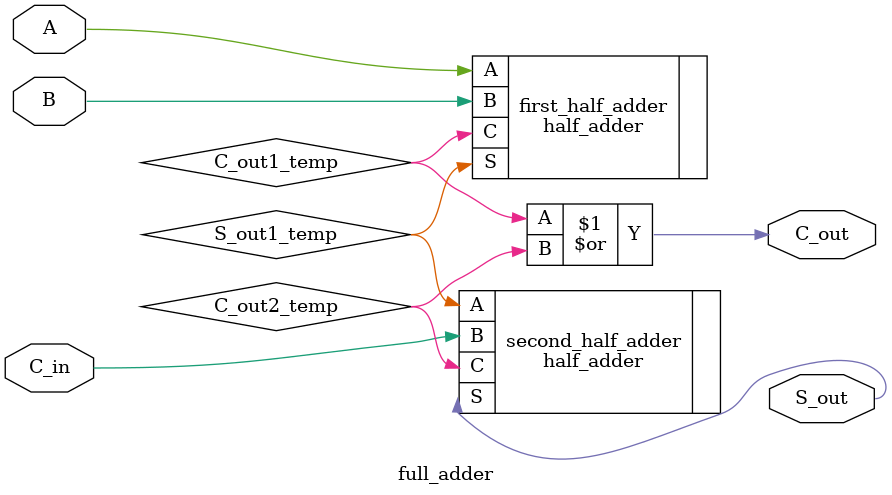
<source format=v>
module full_adder(A,B,C_in,S_out,C_out);
	input A,B,C_in;
	output S_out,C_out;
	wire S_out1_temp,C_out1_temp,C_out2_temp;
	// half_adder(S,C,A,B);
	
	//Implelent Full-adder as showed in Figure 2 of Tut2
	// first half adder
	half_adder first_half_adder(.A(A),
	                            .B(B),
										 .S(S_out1_temp),
										 .C(C_out1_temp));
	//Second hafl adder									 
	half_adder second_half_adder(.A(S_out1_temp),
	                            .B(C_in),
										 .S(S_out),
										 .C(C_out2_temp));
	// Carry out signal
	or u0(C_out, C_out1_temp, C_out2_temp);
	
endmodule 
</source>
